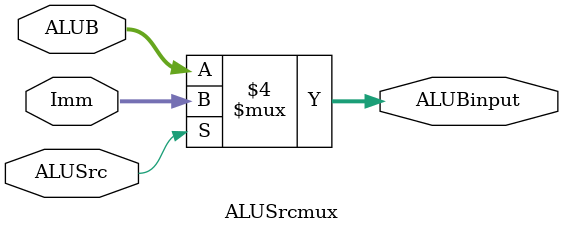
<source format=v>
`timescale 1ns / 1ps

module ALUSrcmux(
    input ALUSrc,
    input [31:0]Imm,
    input [31:0]ALUB,
    output reg [31:0]ALUBinput
);
    always@(*) begin
        if(ALUSrc == 1) begin
            ALUBinput = Imm;
        end
        else begin
            ALUBinput = ALUB;
        end
    end

endmodule

</source>
